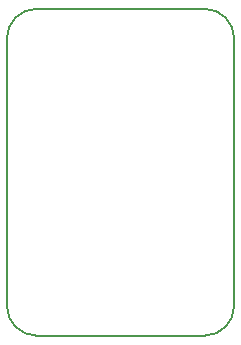
<source format=gbr>
%TF.GenerationSoftware,KiCad,Pcbnew,(7.0.0-rc2-224-g3ecd6ec186)*%
%TF.CreationDate,2023-02-20T11:58:51+01:00*%
%TF.ProjectId,TA726,54413732-362e-46b6-9963-61645f706362,rev?*%
%TF.SameCoordinates,Original*%
%TF.FileFunction,Profile,NP*%
%FSLAX46Y46*%
G04 Gerber Fmt 4.6, Leading zero omitted, Abs format (unit mm)*
G04 Created by KiCad (PCBNEW (7.0.0-rc2-224-g3ecd6ec186)) date 2023-02-20 11:58:51*
%MOMM*%
%LPD*%
G01*
G04 APERTURE LIST*
%TA.AperFunction,Profile*%
%ADD10C,0.200000*%
%TD*%
G04 APERTURE END LIST*
D10*
X220813400Y-80613000D02*
X220813400Y-103283000D01*
X220813374Y-80613000D02*
G75*
G03*
X218313726Y-78113326I-2499674J0D01*
G01*
X204071200Y-78113326D02*
X218313726Y-78113326D01*
X218313726Y-105782674D02*
X204071200Y-105782674D01*
X201571526Y-103283000D02*
G75*
G03*
X204071200Y-105782674I2499674J0D01*
G01*
X204071200Y-78113326D02*
G75*
G03*
X201571526Y-80613000I0J-2499674D01*
G01*
X201571526Y-103283000D02*
X201571526Y-80613000D01*
X218313726Y-105782700D02*
G75*
G03*
X220813400Y-103283000I-26J2499700D01*
G01*
M02*

</source>
